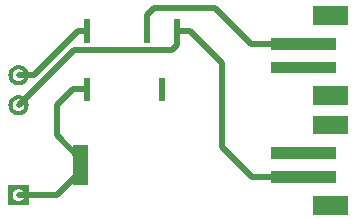
<source format=gbr>
%TF.GenerationSoftware,KiCad,Pcbnew,7.0.10*%
%TF.CreationDate,2024-02-24T22:19:21-05:00*%
%TF.ProjectId,comparison,636f6d70-6172-4697-936f-6e2e6b696361,rev?*%
%TF.SameCoordinates,Original*%
%TF.FileFunction,Other,User*%
%FSLAX46Y46*%
G04 Gerber Fmt 4.6, Leading zero omitted, Abs format (unit mm)*
G04 Created by KiCad (PCBNEW 7.0.10) date 2024-02-24 22:19:21*
%MOMM*%
%LPD*%
G01*
G04 APERTURE LIST*
%ADD10C,0.000000*%
%ADD11C,0.508000*%
G04 APERTURE END LIST*
D10*
G36*
X143121000Y-76684000D02*
G01*
X137621000Y-76684000D01*
X137621000Y-75684000D01*
X143121000Y-75684000D01*
X143121000Y-76684000D01*
G37*
G36*
X143121000Y-83955000D02*
G01*
X137621000Y-83955000D01*
X137621000Y-82955000D01*
X143121000Y-82955000D01*
X143121000Y-83955000D01*
G37*
G36*
X128644400Y-79019400D02*
G01*
X128085600Y-79019400D01*
X128085600Y-77038200D01*
X128644400Y-77038200D01*
X128644400Y-79019400D01*
G37*
G36*
X144121000Y-79384000D02*
G01*
X141121000Y-79384000D01*
X141121000Y-77784000D01*
X144121000Y-77784000D01*
X144121000Y-79384000D01*
G37*
G36*
X144121000Y-72584000D02*
G01*
X141121000Y-72584000D01*
X141121000Y-70984000D01*
X144121000Y-70984000D01*
X144121000Y-72584000D01*
G37*
G36*
X144121000Y-88655000D02*
G01*
X141121000Y-88655000D01*
X141121000Y-87055000D01*
X144121000Y-87055000D01*
X144121000Y-88655000D01*
G37*
G36*
X144121000Y-81855000D02*
G01*
X141121000Y-81855000D01*
X141121000Y-80255000D01*
X144121000Y-80255000D01*
X144121000Y-81855000D01*
G37*
G36*
X122294400Y-74091800D02*
G01*
X121735600Y-74091800D01*
X121735600Y-72110600D01*
X122294400Y-72110600D01*
X122294400Y-74091800D01*
G37*
G36*
X116492664Y-76026602D02*
G01*
X116655000Y-76098878D01*
X116798761Y-76203327D01*
X116917664Y-76335383D01*
X117006514Y-76489274D01*
X117061425Y-76658275D01*
X117080000Y-76835000D01*
X117061425Y-77011725D01*
X117006514Y-77180726D01*
X116917664Y-77334617D01*
X116798761Y-77466673D01*
X116655000Y-77571122D01*
X116492664Y-77643398D01*
X116318849Y-77680344D01*
X116141151Y-77680344D01*
X115967336Y-77643398D01*
X115805000Y-77571122D01*
X115661239Y-77466673D01*
X115542336Y-77334617D01*
X115453486Y-77180726D01*
X115398575Y-77011725D01*
X115380000Y-76835000D01*
X115730000Y-76835000D01*
X115731903Y-76878577D01*
X115737597Y-76921824D01*
X115747038Y-76964409D01*
X115760154Y-77006010D01*
X115776847Y-77046309D01*
X115796988Y-77084999D01*
X115820424Y-77121788D01*
X115846978Y-77156393D01*
X115876447Y-77188553D01*
X115908607Y-77218022D01*
X115943212Y-77244576D01*
X115980001Y-77268012D01*
X116018691Y-77288153D01*
X116058990Y-77304846D01*
X116100591Y-77317962D01*
X116143176Y-77327403D01*
X116186423Y-77333097D01*
X116230000Y-77335000D01*
X116273577Y-77333097D01*
X116316824Y-77327403D01*
X116359409Y-77317962D01*
X116401010Y-77304846D01*
X116441309Y-77288153D01*
X116480000Y-77268012D01*
X116516788Y-77244576D01*
X116551393Y-77218022D01*
X116583553Y-77188553D01*
X116613022Y-77156393D01*
X116639576Y-77121788D01*
X116663012Y-77084999D01*
X116683153Y-77046309D01*
X116699846Y-77006010D01*
X116712962Y-76964409D01*
X116722403Y-76921824D01*
X116728097Y-76878577D01*
X116730000Y-76835000D01*
X116728097Y-76791423D01*
X116722403Y-76748176D01*
X116712962Y-76705591D01*
X116699846Y-76663990D01*
X116683153Y-76623691D01*
X116663012Y-76585000D01*
X116639576Y-76548212D01*
X116613022Y-76513607D01*
X116583553Y-76481447D01*
X116551393Y-76451978D01*
X116516788Y-76425424D01*
X116480000Y-76401988D01*
X116441309Y-76381847D01*
X116401010Y-76365154D01*
X116359409Y-76352038D01*
X116316824Y-76342597D01*
X116273577Y-76336903D01*
X116230000Y-76335000D01*
X116186423Y-76336903D01*
X116143176Y-76342597D01*
X116100591Y-76352038D01*
X116058990Y-76365154D01*
X116018691Y-76381847D01*
X115980000Y-76401988D01*
X115943212Y-76425424D01*
X115908607Y-76451978D01*
X115876447Y-76481447D01*
X115846978Y-76513607D01*
X115820424Y-76548212D01*
X115796988Y-76585000D01*
X115776847Y-76623691D01*
X115760154Y-76663990D01*
X115747038Y-76705591D01*
X115737597Y-76748176D01*
X115731903Y-76791423D01*
X115730000Y-76835000D01*
X115380000Y-76835000D01*
X115398575Y-76658275D01*
X115453486Y-76489274D01*
X115542336Y-76335383D01*
X115661239Y-76203327D01*
X115805000Y-76098878D01*
X115967336Y-76026602D01*
X116141151Y-75989656D01*
X116318849Y-75989656D01*
X116492664Y-76026602D01*
G37*
D11*
X121303800Y-73101200D02*
X122015000Y-73101200D01*
X116230000Y-76835000D02*
X117570000Y-76835000D01*
X117570000Y-76835000D02*
X121303800Y-73101200D01*
D10*
G36*
X122125000Y-86155000D02*
G01*
X120825000Y-86155000D01*
X120825000Y-82755000D01*
X122125000Y-82755000D01*
X122125000Y-86155000D01*
G37*
G36*
X122294400Y-79019400D02*
G01*
X121735600Y-79019400D01*
X121735600Y-77038200D01*
X122294400Y-77038200D01*
X122294400Y-79019400D01*
G37*
G36*
X117080000Y-87845000D02*
G01*
X115380000Y-87845000D01*
X115380000Y-86995000D01*
X115730000Y-86995000D01*
X115731903Y-87038577D01*
X115737597Y-87081824D01*
X115747038Y-87124409D01*
X115760154Y-87166010D01*
X115776847Y-87206309D01*
X115796988Y-87244999D01*
X115820424Y-87281788D01*
X115846978Y-87316393D01*
X115876447Y-87348553D01*
X115908607Y-87378022D01*
X115943212Y-87404576D01*
X115980001Y-87428012D01*
X116018691Y-87448153D01*
X116058990Y-87464846D01*
X116100591Y-87477962D01*
X116143176Y-87487403D01*
X116186423Y-87493097D01*
X116230000Y-87495000D01*
X116273577Y-87493097D01*
X116316824Y-87487403D01*
X116359409Y-87477962D01*
X116401010Y-87464846D01*
X116441309Y-87448153D01*
X116480000Y-87428012D01*
X116516788Y-87404576D01*
X116551393Y-87378022D01*
X116583553Y-87348553D01*
X116613022Y-87316393D01*
X116639576Y-87281788D01*
X116663012Y-87244999D01*
X116683153Y-87206309D01*
X116699846Y-87166010D01*
X116712962Y-87124409D01*
X116722403Y-87081824D01*
X116728097Y-87038577D01*
X116730000Y-86995000D01*
X116728097Y-86951423D01*
X116722403Y-86908176D01*
X116712962Y-86865591D01*
X116699846Y-86823990D01*
X116683153Y-86783691D01*
X116663012Y-86745000D01*
X116639576Y-86708212D01*
X116613022Y-86673607D01*
X116583553Y-86641447D01*
X116551393Y-86611978D01*
X116516788Y-86585424D01*
X116480000Y-86561988D01*
X116441309Y-86541847D01*
X116401010Y-86525154D01*
X116359409Y-86512038D01*
X116316824Y-86502597D01*
X116273577Y-86496903D01*
X116230000Y-86495000D01*
X116186423Y-86496903D01*
X116143176Y-86502597D01*
X116100591Y-86512038D01*
X116058990Y-86525154D01*
X116018691Y-86541847D01*
X115980000Y-86561988D01*
X115943212Y-86585424D01*
X115908607Y-86611978D01*
X115876447Y-86641447D01*
X115846978Y-86673607D01*
X115820424Y-86708212D01*
X115796988Y-86745000D01*
X115776847Y-86783691D01*
X115760154Y-86823990D01*
X115747038Y-86865591D01*
X115737597Y-86908176D01*
X115731903Y-86951423D01*
X115730000Y-86995000D01*
X115380000Y-86995000D01*
X115380000Y-86145000D01*
X117080000Y-86145000D01*
X117080000Y-87845000D01*
G37*
D11*
X119475000Y-79375000D02*
X120821200Y-78028800D01*
X121475000Y-84455000D02*
X121475000Y-84995000D01*
X119475000Y-79375000D02*
X119475000Y-81915000D01*
X120821200Y-78028800D02*
X122015000Y-78028800D01*
X121475000Y-83915000D02*
X121475000Y-84455000D01*
X116230000Y-86995000D02*
X119475000Y-86995000D01*
X119475000Y-81915000D02*
X121475000Y-83915000D01*
X119475000Y-86995000D02*
X121475000Y-84995000D01*
D10*
G36*
X143121000Y-74684000D02*
G01*
X137621000Y-74684000D01*
X137621000Y-73684000D01*
X143121000Y-73684000D01*
X143121000Y-74684000D01*
G37*
G36*
X127374400Y-74091800D02*
G01*
X126815600Y-74091800D01*
X126815600Y-72110600D01*
X127374400Y-72110600D01*
X127374400Y-74091800D01*
G37*
D11*
X132842000Y-71120000D02*
X135906000Y-74184000D01*
X135906000Y-74184000D02*
X140371000Y-74184000D01*
X127730000Y-71120000D02*
X132842000Y-71120000D01*
X127095000Y-71755000D02*
X127095000Y-73101200D01*
X127095000Y-71755000D02*
X127730000Y-71120000D01*
D10*
G36*
X129914400Y-74091800D02*
G01*
X129355600Y-74091800D01*
X129355600Y-72110600D01*
X129914400Y-72110600D01*
X129914400Y-74091800D01*
G37*
G36*
X143121000Y-85955000D02*
G01*
X137621000Y-85955000D01*
X137621000Y-84955000D01*
X143121000Y-84955000D01*
X143121000Y-85955000D01*
G37*
G36*
X116492664Y-78566602D02*
G01*
X116655000Y-78638878D01*
X116798761Y-78743327D01*
X116917664Y-78875383D01*
X117006514Y-79029274D01*
X117061425Y-79198275D01*
X117080000Y-79375000D01*
X117061425Y-79551725D01*
X117006514Y-79720726D01*
X116917664Y-79874617D01*
X116798761Y-80006673D01*
X116655000Y-80111122D01*
X116492664Y-80183398D01*
X116318849Y-80220344D01*
X116141151Y-80220344D01*
X115967336Y-80183398D01*
X115805000Y-80111122D01*
X115661239Y-80006673D01*
X115542336Y-79874617D01*
X115453486Y-79720726D01*
X115398575Y-79551725D01*
X115380000Y-79375000D01*
X115730000Y-79375000D01*
X115731903Y-79418577D01*
X115737597Y-79461824D01*
X115747038Y-79504409D01*
X115760154Y-79546010D01*
X115776847Y-79586309D01*
X115796988Y-79624999D01*
X115820424Y-79661788D01*
X115846978Y-79696393D01*
X115876447Y-79728553D01*
X115908607Y-79758022D01*
X115943212Y-79784576D01*
X115980001Y-79808012D01*
X116018691Y-79828153D01*
X116058990Y-79844846D01*
X116100591Y-79857962D01*
X116143176Y-79867403D01*
X116186423Y-79873097D01*
X116230000Y-79875000D01*
X116273577Y-79873097D01*
X116316824Y-79867403D01*
X116359409Y-79857962D01*
X116401010Y-79844846D01*
X116441309Y-79828153D01*
X116480000Y-79808012D01*
X116516788Y-79784576D01*
X116551393Y-79758022D01*
X116583553Y-79728553D01*
X116613022Y-79696393D01*
X116639576Y-79661788D01*
X116663012Y-79624999D01*
X116683153Y-79586309D01*
X116699846Y-79546010D01*
X116712962Y-79504409D01*
X116722403Y-79461824D01*
X116728097Y-79418577D01*
X116730000Y-79375000D01*
X116728097Y-79331423D01*
X116722403Y-79288176D01*
X116712962Y-79245591D01*
X116699846Y-79203990D01*
X116683153Y-79163691D01*
X116663012Y-79125000D01*
X116639576Y-79088212D01*
X116613022Y-79053607D01*
X116583553Y-79021447D01*
X116551393Y-78991978D01*
X116516788Y-78965424D01*
X116480000Y-78941988D01*
X116441309Y-78921847D01*
X116401010Y-78905154D01*
X116359409Y-78892038D01*
X116316824Y-78882597D01*
X116273577Y-78876903D01*
X116230000Y-78875000D01*
X116186423Y-78876903D01*
X116143176Y-78882597D01*
X116100591Y-78892038D01*
X116058990Y-78905154D01*
X116018691Y-78921847D01*
X115980000Y-78941988D01*
X115943212Y-78965424D01*
X115908607Y-78991978D01*
X115876447Y-79021447D01*
X115846978Y-79053607D01*
X115820424Y-79088212D01*
X115796988Y-79125000D01*
X115776847Y-79163691D01*
X115760154Y-79203990D01*
X115747038Y-79245591D01*
X115737597Y-79288176D01*
X115731903Y-79331423D01*
X115730000Y-79375000D01*
X115380000Y-79375000D01*
X115398575Y-79198275D01*
X115453486Y-79029274D01*
X115542336Y-78875383D01*
X115661239Y-78743327D01*
X115805000Y-78638878D01*
X115967336Y-78566602D01*
X116141151Y-78529656D01*
X116318849Y-78529656D01*
X116492664Y-78566602D01*
G37*
D11*
X133477000Y-82931000D02*
X136001000Y-85455000D01*
X130759200Y-73101200D02*
X133477000Y-75819000D01*
X116230000Y-79375000D02*
X120929000Y-74676000D01*
X136001000Y-85455000D02*
X140371000Y-85455000D01*
X120929000Y-74676000D02*
X129254000Y-74676000D01*
X129635000Y-73101200D02*
X130759200Y-73101200D01*
X129635000Y-73101200D02*
X129635000Y-74295000D01*
X133477000Y-75819000D02*
X133477000Y-82931000D01*
X129254000Y-74676000D02*
X129635000Y-74295000D01*
M02*

</source>
